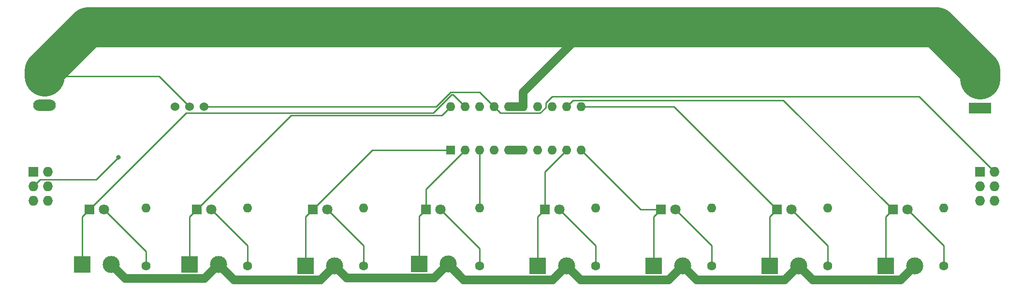
<source format=gbl>
%TF.GenerationSoftware,KiCad,Pcbnew,6.0.2-378541a8eb~116~ubuntu20.04.1*%
%TF.CreationDate,2022-03-18T17:45:00-05:00*%
%TF.ProjectId,daughter,64617567-6874-4657-922e-6b696361645f,rev?*%
%TF.SameCoordinates,Original*%
%TF.FileFunction,Copper,L2,Bot*%
%TF.FilePolarity,Positive*%
%FSLAX46Y46*%
G04 Gerber Fmt 4.6, Leading zero omitted, Abs format (unit mm)*
G04 Created by KiCad (PCBNEW 6.0.2-378541a8eb~116~ubuntu20.04.1) date 2022-03-18 17:45:00*
%MOMM*%
%LPD*%
G01*
G04 APERTURE LIST*
%TA.AperFunction,ComponentPad*%
%ADD10R,3.000000X3.000000*%
%TD*%
%TA.AperFunction,ComponentPad*%
%ADD11C,3.000000*%
%TD*%
%TA.AperFunction,ComponentPad*%
%ADD12R,1.727200X1.727200*%
%TD*%
%TA.AperFunction,ComponentPad*%
%ADD13O,1.727200X1.727200*%
%TD*%
%TA.AperFunction,ComponentPad*%
%ADD14R,1.800000X1.800000*%
%TD*%
%TA.AperFunction,ComponentPad*%
%ADD15C,1.800000*%
%TD*%
%TA.AperFunction,ComponentPad*%
%ADD16R,3.960000X1.980000*%
%TD*%
%TA.AperFunction,ComponentPad*%
%ADD17O,3.960000X1.980000*%
%TD*%
%TA.AperFunction,ComponentPad*%
%ADD18C,1.600000*%
%TD*%
%TA.AperFunction,ComponentPad*%
%ADD19O,1.600000X1.600000*%
%TD*%
%TA.AperFunction,ComponentPad*%
%ADD20R,1.600000X1.600000*%
%TD*%
%TA.AperFunction,ComponentPad*%
%ADD21C,1.524000*%
%TD*%
%TA.AperFunction,ViaPad*%
%ADD22C,0.800000*%
%TD*%
%TA.AperFunction,Conductor*%
%ADD23C,0.250000*%
%TD*%
%TA.AperFunction,Conductor*%
%ADD24C,1.500000*%
%TD*%
%TA.AperFunction,Conductor*%
%ADD25C,7.000000*%
%TD*%
G04 APERTURE END LIST*
D10*
%TO.P,J7,1,Pin_1*%
%TO.N,/D6*%
X175260000Y-114300000D03*
D11*
%TO.P,J7,2,Pin_2*%
%TO.N,+VDC*%
X180340000Y-114300000D03*
%TD*%
D10*
%TO.P,J1,1,Pin_1*%
%TO.N,/D0*%
X54864000Y-114046000D03*
D11*
%TO.P,J1,2,Pin_2*%
%TO.N,+VDC*%
X59944000Y-114046000D03*
%TD*%
D12*
%TO.P,J10,1,Pin_1*%
%TO.N,GNDD*%
X46355000Y-97790000D03*
D13*
%TO.P,J10,2,Pin_2*%
%TO.N,Net-(J10-Pad2)*%
X48895000Y-97790000D03*
%TO.P,J10,3,Pin_3*%
%TO.N,/SERIN*%
X46355000Y-100330000D03*
%TO.P,J10,4,Pin_4*%
%TO.N,/CLOCK*%
X48895000Y-100330000D03*
%TO.P,J10,5,Pin_5*%
%TO.N,/LATCH*%
X46355000Y-102870000D03*
%TO.P,J10,6,Pin_6*%
%TO.N,unconnected-(J10-Pad6)*%
X48895000Y-102870000D03*
%TD*%
D14*
%TO.P,D2,1,K*%
%TO.N,/D1*%
X74925000Y-104394000D03*
D15*
%TO.P,D2,2,A*%
%TO.N,Net-(D2-Pad2)*%
X77465000Y-104394000D03*
%TD*%
D14*
%TO.P,D7,1,K*%
%TO.N,/D6*%
X176525000Y-104394000D03*
D15*
%TO.P,D7,2,A*%
%TO.N,Net-(D7-Pad2)*%
X179065000Y-104394000D03*
%TD*%
D12*
%TO.P,J9,1,Pin_1*%
%TO.N,GNDD*%
X212090000Y-97790000D03*
D13*
%TO.P,J9,2,Pin_2*%
%TO.N,+5V*%
X214630000Y-97790000D03*
%TO.P,J9,3,Pin_3*%
%TO.N,/SEROUT*%
X212090000Y-100330000D03*
%TO.P,J9,4,Pin_4*%
%TO.N,/CLOCK*%
X214630000Y-100330000D03*
%TO.P,J9,5,Pin_5*%
%TO.N,/LATCH*%
X212090000Y-102870000D03*
%TO.P,J9,6,Pin_6*%
%TO.N,unconnected-(J9-Pad6)*%
X214630000Y-102870000D03*
%TD*%
D10*
%TO.P,J2,1,Pin_1*%
%TO.N,/D1*%
X73660000Y-114046000D03*
D11*
%TO.P,J2,2,Pin_2*%
%TO.N,+VDC*%
X78740000Y-114046000D03*
%TD*%
D14*
%TO.P,D8,1,K*%
%TO.N,/D7*%
X196845000Y-104394000D03*
D15*
%TO.P,D8,2,A*%
%TO.N,Net-(D8-Pad2)*%
X199385000Y-104394000D03*
%TD*%
D16*
%TO.P,J11,1,Pin_1*%
%TO.N,GNDPWR*%
X48260000Y-81055000D03*
D17*
%TO.P,J11,2,Pin_2*%
%TO.N,+VDC*%
X48260000Y-86135000D03*
%TD*%
D18*
%TO.P,R3,1*%
%TO.N,Net-(D3-Pad2)*%
X104140000Y-114300000D03*
D19*
%TO.P,R3,2*%
%TO.N,+5V*%
X104140000Y-104140000D03*
%TD*%
D10*
%TO.P,J8,1,Pin_1*%
%TO.N,/D7*%
X195580000Y-114300000D03*
D11*
%TO.P,J8,2,Pin_2*%
%TO.N,+VDC*%
X200660000Y-114300000D03*
%TD*%
D10*
%TO.P,J6,1,Pin_1*%
%TO.N,/D5*%
X154940000Y-114300000D03*
D11*
%TO.P,J6,2,Pin_2*%
%TO.N,+VDC*%
X160020000Y-114300000D03*
%TD*%
D18*
%TO.P,R4,1*%
%TO.N,Net-(D4-Pad2)*%
X124460000Y-114300000D03*
D19*
%TO.P,R4,2*%
%TO.N,+5V*%
X124460000Y-104140000D03*
%TD*%
D20*
%TO.P,U2,1,DRAIN2*%
%TO.N,/D2*%
X119380000Y-93980000D03*
D19*
%TO.P,U2,2,DRAIN3*%
%TO.N,/D3*%
X121920000Y-93980000D03*
%TO.P,U2,3,SRCLR*%
%TO.N,+5V*%
X124460000Y-93980000D03*
%TO.P,U2,4,G*%
%TO.N,GNDD*%
X127000000Y-93980000D03*
%TO.P,U2,5,PGND*%
%TO.N,GNDPWR*%
X129540000Y-93980000D03*
%TO.P,U2,6,PGND*%
X132080000Y-93980000D03*
%TO.P,U2,7,RCK*%
%TO.N,/LATCH*%
X134620000Y-93980000D03*
%TO.P,U2,8,SRCK*%
%TO.N,/CLOCK*%
X137160000Y-93980000D03*
%TO.P,U2,9,DRAIN4*%
%TO.N,/D4*%
X139700000Y-93980000D03*
%TO.P,U2,10,DRAIN5*%
%TO.N,/D5*%
X142240000Y-93980000D03*
%TO.P,U2,11,DRAIN6*%
%TO.N,/D6*%
X142240000Y-86360000D03*
%TO.P,U2,12,DRAIN7*%
%TO.N,/D7*%
X139700000Y-86360000D03*
%TO.P,U2,13,SEROUT*%
%TO.N,/SEROUT*%
X137160000Y-86360000D03*
%TO.P,U2,14,LGND*%
%TO.N,GNDD*%
X134620000Y-86360000D03*
%TO.P,U2,15,PGND*%
%TO.N,GNDPWR*%
X132080000Y-86360000D03*
%TO.P,U2,16,PGND*%
X129540000Y-86360000D03*
%TO.P,U2,17,VCC*%
%TO.N,+5V*%
X127000000Y-86360000D03*
%TO.P,U2,18,SERIN*%
%TO.N,/SERIN*%
X124460000Y-86360000D03*
%TO.P,U2,19,DRAIN0*%
%TO.N,/D0*%
X121920000Y-86360000D03*
%TO.P,U2,20,DRAIN1*%
%TO.N,/D1*%
X119380000Y-86360000D03*
%TD*%
D14*
%TO.P,D6,1,K*%
%TO.N,/D5*%
X156205000Y-104394000D03*
D15*
%TO.P,D6,2,A*%
%TO.N,Net-(D6-Pad2)*%
X158745000Y-104394000D03*
%TD*%
D18*
%TO.P,R6,1*%
%TO.N,Net-(D6-Pad2)*%
X165100000Y-114300000D03*
D19*
%TO.P,R6,2*%
%TO.N,+5V*%
X165100000Y-104140000D03*
%TD*%
D10*
%TO.P,J3,1,Pin_1*%
%TO.N,/D2*%
X93980000Y-114300000D03*
D11*
%TO.P,J3,2,Pin_2*%
%TO.N,+VDC*%
X99060000Y-114300000D03*
%TD*%
D18*
%TO.P,R7,1*%
%TO.N,Net-(D7-Pad2)*%
X185420000Y-114300000D03*
D19*
%TO.P,R7,2*%
%TO.N,+5V*%
X185420000Y-104140000D03*
%TD*%
D14*
%TO.P,D4,1,K*%
%TO.N,/D3*%
X115057000Y-104394000D03*
D15*
%TO.P,D4,2,A*%
%TO.N,Net-(D4-Pad2)*%
X117597000Y-104394000D03*
%TD*%
D14*
%TO.P,D5,1,K*%
%TO.N,/D4*%
X135885000Y-104394000D03*
D15*
%TO.P,D5,2,A*%
%TO.N,Net-(D5-Pad2)*%
X138425000Y-104394000D03*
%TD*%
D18*
%TO.P,R5,1*%
%TO.N,Net-(D5-Pad2)*%
X144780000Y-114300000D03*
D19*
%TO.P,R5,2*%
%TO.N,+5V*%
X144780000Y-104140000D03*
%TD*%
D14*
%TO.P,D3,1,K*%
%TO.N,/D2*%
X95245000Y-104394000D03*
D15*
%TO.P,D3,2,A*%
%TO.N,Net-(D3-Pad2)*%
X97785000Y-104394000D03*
%TD*%
D18*
%TO.P,R1,1*%
%TO.N,Net-(D1-Pad2)*%
X66040000Y-114300000D03*
D19*
%TO.P,R1,2*%
%TO.N,+5V*%
X66040000Y-104140000D03*
%TD*%
D10*
%TO.P,J5,1,Pin_1*%
%TO.N,/D4*%
X134620000Y-114300000D03*
D11*
%TO.P,J5,2,Pin_2*%
%TO.N,+VDC*%
X139700000Y-114300000D03*
%TD*%
D18*
%TO.P,R2,1*%
%TO.N,Net-(D2-Pad2)*%
X83820000Y-114300000D03*
D19*
%TO.P,R2,2*%
%TO.N,+5V*%
X83820000Y-104140000D03*
%TD*%
D21*
%TO.P,U1,1,PWR*%
%TO.N,+VDC*%
X71120000Y-86360000D03*
%TO.P,U1,2,GND*%
%TO.N,GNDPWR*%
X73660000Y-86360000D03*
%TO.P,U1,3,+5V*%
%TO.N,+5V*%
X76200000Y-86360000D03*
%TD*%
D10*
%TO.P,J4,1,Pin_1*%
%TO.N,/D3*%
X113870000Y-113980000D03*
D11*
%TO.P,J4,2,Pin_2*%
%TO.N,+VDC*%
X118950000Y-113980000D03*
%TD*%
D16*
%TO.P,J12,1,Pin_1*%
%TO.N,+VDC*%
X212090000Y-86585000D03*
D17*
%TO.P,J12,2,Pin_2*%
%TO.N,GNDPWR*%
X212090000Y-81505000D03*
%TD*%
D18*
%TO.P,R8,1*%
%TO.N,Net-(D8-Pad2)*%
X205740000Y-114300000D03*
D19*
%TO.P,R8,2*%
%TO.N,+5V*%
X205740000Y-104140000D03*
%TD*%
D14*
%TO.P,D1,1,K*%
%TO.N,/D0*%
X56129000Y-104394000D03*
D15*
%TO.P,D1,2,A*%
%TO.N,Net-(D1-Pad2)*%
X58669000Y-104394000D03*
%TD*%
D22*
%TO.N,/SERIN*%
X61214000Y-95250000D03*
%TD*%
D23*
%TO.N,/D0*%
X73076489Y-87446511D02*
X116389207Y-87446511D01*
X56129000Y-104394000D02*
X73076489Y-87446511D01*
X119829520Y-84269520D02*
X121920000Y-86360000D01*
X54864000Y-105659000D02*
X56129000Y-104394000D01*
X116389207Y-87446511D02*
X119566198Y-84269520D01*
X119566198Y-84269520D02*
X119829520Y-84269520D01*
X54864000Y-114046000D02*
X54864000Y-105659000D01*
%TO.N,Net-(D1-Pad2)*%
X66040000Y-111765000D02*
X58669000Y-104394000D01*
X66040000Y-114300000D02*
X66040000Y-111765000D01*
%TO.N,/D1*%
X73660000Y-114046000D02*
X73660000Y-105659000D01*
X91422969Y-87896031D02*
X117843969Y-87896031D01*
X117843969Y-87896031D02*
X119380000Y-86360000D01*
X74925000Y-104394000D02*
X91422969Y-87896031D01*
X73660000Y-105659000D02*
X74925000Y-104394000D01*
%TO.N,Net-(D2-Pad2)*%
X83820000Y-114300000D02*
X83820000Y-110749000D01*
X83820000Y-110749000D02*
X77465000Y-104394000D01*
%TO.N,/D2*%
X105659000Y-93980000D02*
X119380000Y-93980000D01*
X93980000Y-105659000D02*
X95245000Y-104394000D01*
X93980000Y-114300000D02*
X93980000Y-105659000D01*
X95245000Y-104394000D02*
X105659000Y-93980000D01*
%TO.N,Net-(D3-Pad2)*%
X104140000Y-110749000D02*
X97785000Y-104394000D01*
X104140000Y-114300000D02*
X104140000Y-110749000D01*
%TO.N,/D3*%
X115057000Y-100843000D02*
X121920000Y-93980000D01*
X113870000Y-105581000D02*
X115057000Y-104394000D01*
X113870000Y-113980000D02*
X113870000Y-105581000D01*
X115057000Y-104394000D02*
X115057000Y-100843000D01*
%TO.N,Net-(D4-Pad2)*%
X124460000Y-114300000D02*
X124460000Y-111257000D01*
X124460000Y-111257000D02*
X117597000Y-104394000D01*
%TO.N,/D4*%
X135885000Y-97795000D02*
X139700000Y-93980000D01*
X134620000Y-114300000D02*
X134620000Y-105659000D01*
X135885000Y-104394000D02*
X135885000Y-97795000D01*
X134620000Y-105659000D02*
X135885000Y-104394000D01*
%TO.N,Net-(D5-Pad2)*%
X144780000Y-114300000D02*
X144780000Y-110749000D01*
X144780000Y-110749000D02*
X138425000Y-104394000D01*
%TO.N,/D5*%
X152654000Y-104394000D02*
X142240000Y-93980000D01*
X154940000Y-114300000D02*
X154940000Y-105659000D01*
X156205000Y-104394000D02*
X152654000Y-104394000D01*
X154940000Y-105659000D02*
X156205000Y-104394000D01*
%TO.N,Net-(D6-Pad2)*%
X165100000Y-110749000D02*
X158745000Y-104394000D01*
X165100000Y-114300000D02*
X165100000Y-110749000D01*
%TO.N,/D6*%
X175260000Y-105659000D02*
X176525000Y-104394000D01*
X158491000Y-86360000D02*
X142240000Y-86360000D01*
X176525000Y-104394000D02*
X158491000Y-86360000D01*
X175260000Y-114300000D02*
X175260000Y-105659000D01*
%TO.N,Net-(D7-Pad2)*%
X185420000Y-110749000D02*
X179065000Y-104394000D01*
X185420000Y-114300000D02*
X185420000Y-110749000D01*
%TO.N,/D7*%
X177686489Y-85235489D02*
X140824511Y-85235489D01*
X195580000Y-105659000D02*
X196845000Y-104394000D01*
X140824511Y-85235489D02*
X139700000Y-86360000D01*
X195580000Y-114300000D02*
X195580000Y-105659000D01*
X196845000Y-104394000D02*
X177686489Y-85235489D01*
%TO.N,Net-(D8-Pad2)*%
X205740000Y-114300000D02*
X205740000Y-110749000D01*
X205740000Y-110749000D02*
X199385000Y-104394000D01*
D24*
%TO.N,+VDC*%
X137250489Y-116749511D02*
X139700000Y-114300000D01*
X59944000Y-114046000D02*
X62393511Y-116495511D01*
X177890489Y-116749511D02*
X180340000Y-114300000D01*
X78740000Y-114046000D02*
X81443511Y-116749511D01*
X142149511Y-116749511D02*
X157570489Y-116749511D01*
X62393511Y-116495511D02*
X76290489Y-116495511D01*
X118950000Y-113980000D02*
X121719511Y-116749511D01*
X160020000Y-114300000D02*
X162469511Y-116749511D01*
X182789511Y-116749511D02*
X198210489Y-116749511D01*
X96610489Y-116749511D02*
X99060000Y-114300000D01*
X116500489Y-116429511D02*
X118950000Y-113980000D01*
X162469511Y-116749511D02*
X177890489Y-116749511D01*
X81443511Y-116749511D02*
X96610489Y-116749511D01*
X198210489Y-116749511D02*
X200660000Y-114300000D01*
X180340000Y-114300000D02*
X182789511Y-116749511D01*
X99060000Y-114300000D02*
X101189511Y-116429511D01*
X139700000Y-114300000D02*
X142149511Y-116749511D01*
X121719511Y-116749511D02*
X137250489Y-116749511D01*
X157570489Y-116749511D02*
X160020000Y-114300000D01*
X101189511Y-116429511D02*
X116500489Y-116429511D01*
X76290489Y-116495511D02*
X78740000Y-114046000D01*
D23*
%TO.N,+5V*%
X136035489Y-85706511D02*
X137160000Y-84582000D01*
X124460000Y-93980000D02*
X124460000Y-104140000D01*
X127000000Y-86360000D02*
X128124511Y-87484511D01*
X136035489Y-86534811D02*
X136035489Y-85706511D01*
X119380000Y-83820000D02*
X124460000Y-83820000D01*
X135085789Y-87484511D02*
X136035489Y-86534811D01*
X116840000Y-86360000D02*
X119380000Y-83820000D01*
X124460000Y-83820000D02*
X127000000Y-86360000D01*
X76200000Y-86360000D02*
X116840000Y-86360000D01*
X128124511Y-87484511D02*
X135085789Y-87484511D01*
X201422000Y-84582000D02*
X214630000Y-97790000D01*
X137160000Y-84582000D02*
X201422000Y-84582000D01*
%TO.N,/SERIN*%
X47543111Y-99141889D02*
X57322111Y-99141889D01*
X46355000Y-100330000D02*
X47543111Y-99141889D01*
X57322111Y-99141889D02*
X61214000Y-95250000D01*
D25*
%TO.N,GNDPWR*%
X55880000Y-72390000D02*
X143510000Y-72390000D01*
D24*
X129540000Y-93980000D02*
X132080000Y-93980000D01*
X129540000Y-86360000D02*
X132080000Y-86360000D01*
D25*
X204470000Y-72390000D02*
X212090000Y-80010000D01*
D24*
X132080000Y-83820000D02*
X143510000Y-72390000D01*
D25*
X212090000Y-80010000D02*
X212090000Y-81505000D01*
D23*
X73660000Y-86360000D02*
X68355000Y-81055000D01*
D24*
X132080000Y-86360000D02*
X132080000Y-83820000D01*
D25*
X143510000Y-72390000D02*
X204470000Y-72390000D01*
X48260000Y-80010000D02*
X55880000Y-72390000D01*
D23*
X68355000Y-81055000D02*
X48260000Y-81055000D01*
D25*
X48260000Y-81055000D02*
X48260000Y-80010000D01*
%TD*%
M02*

</source>
